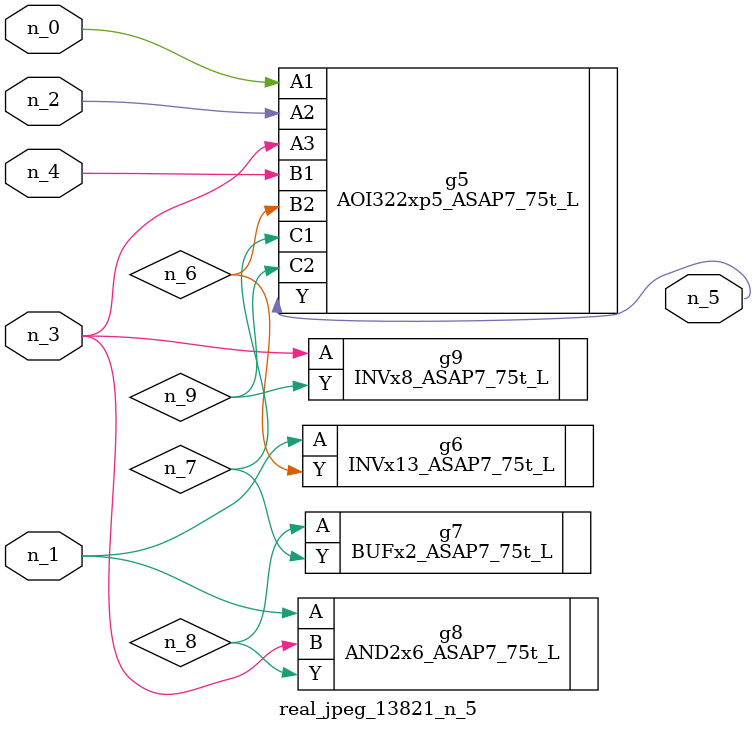
<source format=v>
module real_jpeg_13821_n_5 (n_4, n_0, n_1, n_2, n_3, n_5);

input n_4;
input n_0;
input n_1;
input n_2;
input n_3;

output n_5;

wire n_8;
wire n_6;
wire n_7;
wire n_9;

AOI322xp5_ASAP7_75t_L g5 ( 
.A1(n_0),
.A2(n_2),
.A3(n_3),
.B1(n_4),
.B2(n_6),
.C1(n_7),
.C2(n_9),
.Y(n_5)
);

INVx13_ASAP7_75t_L g6 ( 
.A(n_1),
.Y(n_6)
);

AND2x6_ASAP7_75t_L g8 ( 
.A(n_1),
.B(n_3),
.Y(n_8)
);

INVx8_ASAP7_75t_L g9 ( 
.A(n_3),
.Y(n_9)
);

BUFx2_ASAP7_75t_L g7 ( 
.A(n_8),
.Y(n_7)
);


endmodule
</source>
